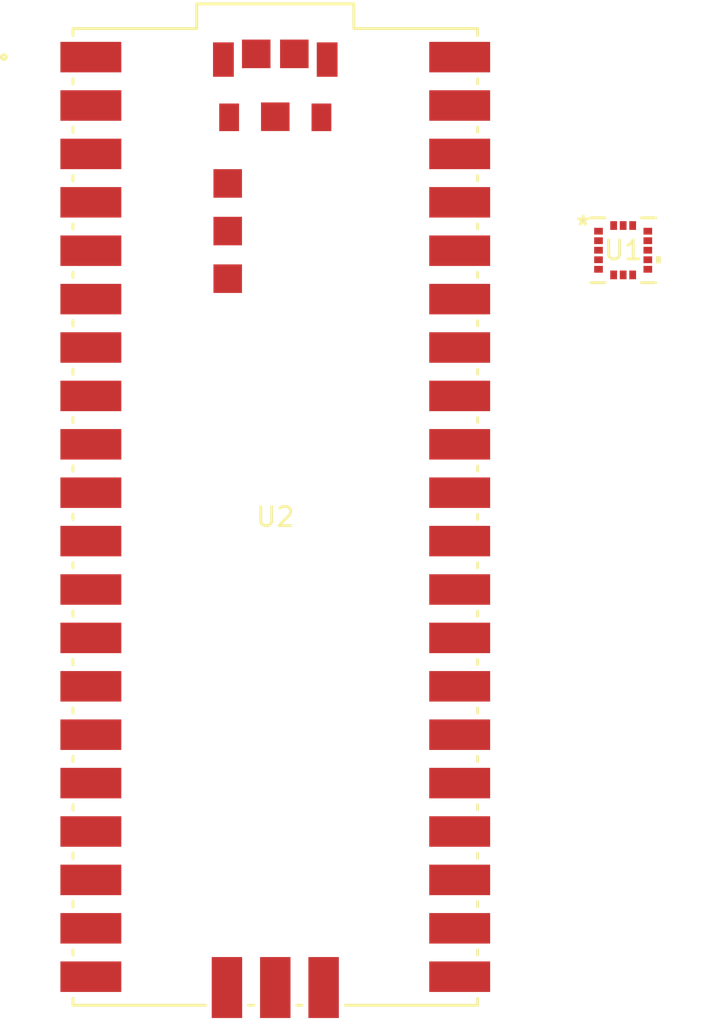
<source format=kicad_pcb>
(kicad_pcb (version 20221018) (generator pcbnew)
  (layers (0 "F.Cu" signal) (31 "B.Cu" signal) (34 "B.Paste" user) (35 "F.Paste" user) (36 "B.SilkS" user "B.Silkscreen") (37 "F.SilkS" user "F.Silkscreen") (38 "B.Mask" user) (39 "F.Mask" user) (44 "Edge.Cuts" user))
  (net 0 "")
  (net 1 "+3V3")
  (net 5 "GND")
  (footprint "ACCEL_H3LIS100DLTR:TFLGA16_3P15X3P15_STM" (layer "F.Cu") (at 196.079999 79.9846)
    (fp_text reference "U1" (at 0 0 unlocked) (layer "F.SilkS"))
    (fp_text value "H3LIS100DLTR")
    (fp_text user "*" (at -2.1082 -1.25 unlocked) (layer "F.SilkS"))
    (fp_text user "*" (at -2.1082 -1.25) (layer "F.SilkS"))
    (fp_line (start -1.7018 1.7018) (end -0.959052 1.7018) (stroke (width 0.1524)) (layer "F.SilkS"))
    (fp_line (start -0.959052 -1.7018) (end -1.7018 -1.7018) (stroke (width 0.1524)) (layer "F.SilkS"))
    (fp_line (start 0.959052 1.7018) (end 1.7018 1.7018) (stroke (width 0.1524)) (layer "F.SilkS"))
    (fp_line (start 1.7018 -1.7018) (end 0.959052 -1.7018) (stroke (width 0.1524)) (layer "F.SilkS"))
    (fp_poly (pts (xy 1.9812 0.309499) (xy 1.9812 0.690499) (xy 1.7272 0.690499) (xy 1.7272 0.309499)) (fill solid) (layer "F.SilkS"))
    (pad "1" smd rect (at -1.2954 -1.000001 90) (size 0.3556 0.4572) (layers "F.Cu" "F.Paste" "F.Mask") (net 1 "+3V3"))
    (pad "2" smd rect (at -1.2954 -0.499999 90) (size 0.3556 0.4572) (layers "F.Cu" "F.Paste" "F.Mask"))
    (pad "3" smd rect (at -1.2954 0 90) (size 0.3556 0.4572) (layers "F.Cu" "F.Paste" "F.Mask"))
    (pad "4" smd rect (at -1.2954 0.499999 90) (size 0.3556 0.4572) (layers "F.Cu" "F.Paste" "F.Mask"))
    (pad "5" smd rect (at -1.2954 1.000001 90) (size 0.3556 0.4572) (layers "F.Cu" "F.Paste" "F.Mask") (net 5 "GND"))
    (pad "6" smd rect (at -0.499999 1.2954) (size 0.3556 0.4572) (layers "F.Cu" "F.Paste" "F.Mask"))
    (pad "7" smd rect (at 0 1.2954) (size 0.3556 0.4572) (layers "F.Cu" "F.Paste" "F.Mask"))
    (pad "8" smd rect (at 0.499999 1.2954) (size 0.3556 0.4572) (layers "F.Cu" "F.Paste" "F.Mask"))
    (pad "9" smd rect (at 1.2954 1.000001 90) (size 0.3556 0.4572) (layers "F.Cu" "F.Paste" "F.Mask"))
    (pad "10" smd rect (at 1.2954 0.499999 90) (size 0.3556 0.4572) (layers "F.Cu" "F.Paste" "F.Mask"))
    (pad "11" smd rect (at 1.2954 0 90) (size 0.3556 0.4572) (layers "F.Cu" "F.Paste" "F.Mask"))
    (pad "12" smd rect (at 1.2954 -0.499999 90) (size 0.3556 0.4572) (layers "F.Cu" "F.Paste" "F.Mask") (net 5 "GND"))
    (pad "13" smd rect (at 1.2954 -1.000001 90) (size 0.3556 0.4572) (layers "F.Cu" "F.Paste" "F.Mask") (net 5 "GND"))
    (pad "14" smd rect (at 0.499999 -1.2954) (size 0.3556 0.4572) (layers "F.Cu" "F.Paste" "F.Mask") (net 1 "+3V3"))
    (pad "15" smd rect (at 0 -1.2954) (size 0.3556 0.4572) (layers "F.Cu" "F.Paste" "F.Mask"))
    (pad "16" smd rect (at -0.499999 -1.2954) (size 0.3556 0.4572) (layers "F.Cu" "F.Paste" "F.Mask") (net 5 "GND"))
  )
  (footprint "SC0915:SC0915_RPI" (layer "F.Cu") (at 177.8 93.98)
    (fp_text reference "U2" (at 0 0 unlocked) (layer "F.SilkS"))
    (fp_text value "SC0915")
    (fp_line (start -10.6299 -25.6286) (end -4.1275 -25.6286) (stroke (width 0.1524)) (layer "F.SilkS"))
    (fp_line (start -10.6299 -25.26284) (end -10.6299 -25.6286) (stroke (width 0.1524)) (layer "F.SilkS"))
    (fp_line (start -10.6299 -22.72284) (end -10.6299 -22.99716) (stroke (width 0.1524)) (layer "F.SilkS"))
    (fp_line (start -10.6299 -20.18284) (end -10.6299 -20.45716) (stroke (width 0.1524)) (layer "F.SilkS"))
    (fp_line (start -10.6299 -17.64284) (end -10.6299 -17.91716) (stroke (width 0.1524)) (layer "F.SilkS"))
    (fp_line (start -10.6299 -15.10284) (end -10.6299 -15.37716) (stroke (width 0.1524)) (layer "F.SilkS"))
    (fp_line (start -10.6299 -12.56284) (end -10.6299 -12.83716) (stroke (width 0.1524)) (layer "F.SilkS"))
    (fp_line (start -10.6299 -10.02284) (end -10.6299 -10.29716) (stroke (width 0.1524)) (layer "F.SilkS"))
    (fp_line (start -10.6299 -7.48284) (end -10.6299 -7.75716) (stroke (width 0.1524)) (layer "F.SilkS"))
    (fp_line (start -10.6299 -4.94284) (end -10.6299 -5.21716) (stroke (width 0.1524)) (layer "F.SilkS"))
    (fp_line (start -10.6299 -2.40284) (end -10.6299 -2.67716) (stroke (width 0.1524)) (layer "F.SilkS"))
    (fp_line (start -10.6299 0.13716) (end -10.6299 -0.13716) (stroke (width 0.1524)) (layer "F.SilkS"))
    (fp_line (start -10.6299 2.67716) (end -10.6299 2.40284) (stroke (width 0.1524)) (layer "F.SilkS"))
    (fp_line (start -10.6299 5.21716) (end -10.6299 4.94284) (stroke (width 0.1524)) (layer "F.SilkS"))
    (fp_line (start -10.6299 7.75716) (end -10.6299 7.48284) (stroke (width 0.1524)) (layer "F.SilkS"))
    (fp_line (start -10.6299 10.29716) (end -10.6299 10.02284) (stroke (width 0.1524)) (layer "F.SilkS"))
    (fp_line (start -10.6299 12.83716) (end -10.6299 12.56284) (stroke (width 0.1524)) (layer "F.SilkS"))
    (fp_line (start -10.6299 15.37716) (end -10.6299 15.10284) (stroke (width 0.1524)) (layer "F.SilkS"))
    (fp_line (start -10.6299 17.91716) (end -10.6299 17.64284) (stroke (width 0.1524)) (layer "F.SilkS"))
    (fp_line (start -10.6299 20.45716) (end -10.6299 20.18284) (stroke (width 0.1524)) (layer "F.SilkS"))
    (fp_line (start -10.6299 22.99716) (end -10.6299 22.72284) (stroke (width 0.1524)) (layer "F.SilkS"))
    (fp_line (start -10.6299 25.6286) (end -10.6299 25.26284) (stroke (width 0.1524)) (layer "F.SilkS"))
    (fp_line (start -4.1275 -26.924) (end 4.1275 -26.924) (stroke (width 0.1524)) (layer "F.SilkS"))
    (fp_line (start -4.1275 -25.6286) (end -4.1275 -26.924) (stroke (width 0.1524)) (layer "F.SilkS"))
    (fp_line (start -3.67284 25.6286) (end -10.6299 25.6286) (stroke (width 0.1524)) (layer "F.SilkS"))
    (fp_line (start -1.13284 25.6286) (end -1.40716 25.6286) (stroke (width 0.1524)) (layer "F.SilkS"))
    (fp_line (start 1.40716 25.6286) (end 1.13284 25.6286) (stroke (width 0.1524)) (layer "F.SilkS"))
    (fp_line (start 4.1275 -26.924) (end 4.1275 -25.6286) (stroke (width 0.1524)) (layer "F.SilkS"))
    (fp_line (start 4.1275 -25.6286) (end 10.6299 -25.6286) (stroke (width 0.1524)) (layer "F.SilkS"))
    (fp_line (start 10.6299 -25.6286) (end 10.6299 -25.26284) (stroke (width 0.1524)) (layer "F.SilkS"))
    (fp_line (start 10.6299 -22.99716) (end 10.6299 -22.72284) (stroke (width 0.1524)) (layer "F.SilkS"))
    (fp_line (start 10.6299 -20.45716) (end 10.6299 -20.18284) (stroke (width 0.1524)) (layer "F.SilkS"))
    (fp_line (start 10.6299 -17.91716) (end 10.6299 -17.64284) (stroke (width 0.1524)) (layer "F.SilkS"))
    (fp_line (start 10.6299 -15.37716) (end 10.6299 -15.10284) (stroke (width 0.1524)) (layer "F.SilkS"))
    (fp_line (start 10.6299 -12.83716) (end 10.6299 -12.56284) (stroke (width 0.1524)) (layer "F.SilkS"))
    (fp_line (start 10.6299 -10.29716) (end 10.6299 -10.02284) (stroke (width 0.1524)) (layer "F.SilkS"))
    (fp_line (start 10.6299 -7.75716) (end 10.6299 -7.48284) (stroke (width 0.1524)) (layer "F.SilkS"))
    (fp_line (start 10.6299 -5.21716) (end 10.6299 -4.94284) (stroke (width 0.1524)) (layer "F.SilkS"))
    (fp_line (start 10.6299 -2.67716) (end 10.6299 -2.40284) (stroke (width 0.1524)) (layer "F.SilkS"))
    (fp_line (start 10.6299 -0.13716) (end 10.6299 0.13716) (stroke (width 0.1524)) (layer "F.SilkS"))
    (fp_line (start 10.6299 2.40284) (end 10.6299 2.67716) (stroke (width 0.1524)) (layer "F.SilkS"))
    (fp_line (start 10.6299 4.94284) (end 10.6299 5.21716) (stroke (width 0.1524)) (layer "F.SilkS"))
    (fp_line (start 10.6299 7.48284) (end 10.6299 7.75716) (stroke (width 0.1524)) (layer "F.SilkS"))
    (fp_line (start 10.6299 10.02284) (end 10.6299 10.29716) (stroke (width 0.1524)) (layer "F.SilkS"))
    (fp_line (start 10.6299 12.56284) (end 10.6299 12.83716) (stroke (width 0.1524)) (layer "F.SilkS"))
    (fp_line (start 10.6299 15.10284) (end 10.6299 15.37716) (stroke (width 0.1524)) (layer "F.SilkS"))
    (fp_line (start 10.6299 17.64284) (end 10.6299 17.91716) (stroke (width 0.1524)) (layer "F.SilkS"))
    (fp_line (start 10.6299 20.18284) (end 10.6299 20.45716) (stroke (width 0.1524)) (layer "F.SilkS"))
    (fp_line (start 10.6299 22.72284) (end 10.6299 22.99716) (stroke (width 0.1524)) (layer "F.SilkS"))
    (fp_line (start 10.6299 25.26284) (end 10.6299 25.6286) (stroke (width 0.1524)) (layer "F.SilkS"))
    (fp_line (start 10.6299 25.6286) (end 3.67284 25.6286) (stroke (width 0.1524)) (layer "F.SilkS"))
    (fp_circle (center -14.2621 -24.13) (end -14.1351 -24.13) (stroke (width 0.1524)) (fill none) (layer "F.SilkS"))
    (pad "1" smd rect (at -9.6901 -24.13) (size 3.2004 1.6002) (layers "F.Cu" "F.Paste" "F.Mask"))
    (pad "2" smd rect (at -9.6901 -21.59) (size 3.2004 1.6002) (layers "F.Cu" "F.Paste" "F.Mask"))
    (pad "3" smd rect (at -9.6901 -19.05) (size 3.2004 1.6002) (layers "F.Cu" "F.Paste" "F.Mask") (net 5 "GND"))
    (pad "4" smd rect (at -9.6901 -16.51) (size 3.2004 1.6002) (layers "F.Cu" "F.Paste" "F.Mask"))
    (pad "5" smd rect (at -9.6901 -13.97) (size 3.2004 1.6002) (layers "F.Cu" "F.Paste" "F.Mask"))
    (pad "6" smd rect (at -9.6901 -11.43) (size 3.2004 1.6002) (layers "F.Cu" "F.Paste" "F.Mask"))
    (pad "7" smd rect (at -9.6901 -8.89) (size 3.2004 1.6002) (layers "F.Cu" "F.Paste" "F.Mask"))
    (pad "8" smd rect (at -9.6901 -6.35) (size 3.2004 1.6002) (layers "F.Cu" "F.Paste" "F.Mask") (net 5 "GND"))
    (pad "9" smd rect (at -9.6901 -3.81) (size 3.2004 1.6002) (layers "F.Cu" "F.Paste" "F.Mask"))
    (pad "10" smd rect (at -9.6901 -1.27) (size 3.2004 1.6002) (layers "F.Cu" "F.Paste" "F.Mask"))
    (pad "11" smd rect (at -9.6901 1.27) (size 3.2004 1.6002) (layers "F.Cu" "F.Paste" "F.Mask"))
    (pad "12" smd rect (at -9.6901 3.81) (size 3.2004 1.6002) (layers "F.Cu" "F.Paste" "F.Mask"))
    (pad "13" smd rect (at -9.6901 6.35) (size 3.2004 1.6002) (layers "F.Cu" "F.Paste" "F.Mask"))
    (pad "14" smd rect (at -9.6901 8.89) (size 3.2004 1.6002) (layers "F.Cu" "F.Paste" "F.Mask"))
    (pad "15" smd rect (at -9.6901 11.43) (size 3.2004 1.6002) (layers "F.Cu" "F.Paste" "F.Mask"))
    (pad "16" smd rect (at -9.6901 13.97) (size 3.2004 1.6002) (layers "F.Cu" "F.Paste" "F.Mask"))
    (pad "17" smd rect (at -9.6901 16.51) (size 3.2004 1.6002) (layers "F.Cu" "F.Paste" "F.Mask"))
    (pad "18" smd rect (at -9.6901 19.05) (size 3.2004 1.6002) (layers "F.Cu" "F.Paste" "F.Mask") (net 5 "GND"))
    (pad "19" smd rect (at -9.6901 21.59) (size 3.2004 1.6002) (layers "F.Cu" "F.Paste" "F.Mask"))
    (pad "20" smd rect (at -9.6901 24.13) (size 3.2004 1.6002) (layers "F.Cu" "F.Paste" "F.Mask"))
    (pad "21" smd rect (at 9.6901 24.13) (size 3.2004 1.6002) (layers "F.Cu" "F.Paste" "F.Mask"))
    (pad "22" smd rect (at 9.6901 21.59) (size 3.2004 1.6002) (layers "F.Cu" "F.Paste" "F.Mask"))
    (pad "23" smd rect (at 9.6901 19.05) (size 3.2004 1.6002) (layers "F.Cu" "F.Paste" "F.Mask") (net 5 "GND"))
    (pad "24" smd rect (at 9.6901 16.51) (size 3.2004 1.6002) (layers "F.Cu" "F.Paste" "F.Mask"))
    (pad "25" smd rect (at 9.6901 13.97) (size 3.2004 1.6002) (layers "F.Cu" "F.Paste" "F.Mask"))
    (pad "26" smd rect (at 9.6901 11.43) (size 3.2004 1.6002) (layers "F.Cu" "F.Paste" "F.Mask"))
    (pad "27" smd rect (at 9.6901 8.89) (size 3.2004 1.6002) (layers "F.Cu" "F.Paste" "F.Mask"))
    (pad "28" smd rect (at 9.6901 6.35) (size 3.2004 1.6002) (layers "F.Cu" "F.Paste" "F.Mask") (net 5 "GND"))
    (pad "29" smd rect (at 9.6901 3.81) (size 3.2004 1.6002) (layers "F.Cu" "F.Paste" "F.Mask"))
    (pad "30" smd rect (at 9.6901 1.27) (size 3.2004 1.6002) (layers "F.Cu" "F.Paste" "F.Mask"))
    (pad "31" smd rect (at 9.6901 -1.27) (size 3.2004 1.6002) (layers "F.Cu" "F.Paste" "F.Mask"))
    (pad "32" smd rect (at 9.6901 -3.81) (size 3.2004 1.6002) (layers "F.Cu" "F.Paste" "F.Mask"))
    (pad "33" smd rect (at 9.6901 -6.35) (size 3.2004 1.6002) (layers "F.Cu" "F.Paste" "F.Mask") (net 5 "GND"))
    (pad "34" smd rect (at 9.6901 -8.89) (size 3.2004 1.6002) (layers "F.Cu" "F.Paste" "F.Mask"))
    (pad "35" smd rect (at 9.6901 -11.43) (size 3.2004 1.6002) (layers "F.Cu" "F.Paste" "F.Mask"))
    (pad "36" smd rect (at 9.6901 -13.97) (size 3.2004 1.6002) (layers "F.Cu" "F.Paste" "F.Mask") (net 1 "+3V3"))
    (pad "37" smd rect (at 9.6901 -16.51) (size 3.2004 1.6002) (layers "F.Cu" "F.Paste" "F.Mask"))
    (pad "38" smd rect (at 9.6901 -19.05) (size 3.2004 1.6002) (layers "F.Cu" "F.Paste" "F.Mask") (net 5 "GND"))
    (pad "39" smd rect (at 9.6901 -21.59) (size 3.2004 1.6002) (layers "F.Cu" "F.Paste" "F.Mask"))
    (pad "40" smd rect (at 9.6901 -24.13) (size 3.2004 1.6002) (layers "F.Cu" "F.Paste" "F.Mask"))
    (pad "A" smd rect (at -2.72542 -24.00046) (size 1.0922 1.8034) (layers "F.Cu" "F.Paste" "F.Mask"))
    (pad "B" smd rect (at 2.72542 -24.00046) (size 1.0922 1.8034) (layers "F.Cu" "F.Paste" "F.Mask"))
    (pad "C" smd rect (at -2.4257 -20.97024) (size 1.0414 1.4478) (layers "F.Cu" "F.Paste" "F.Mask"))
    (pad "D" smd rect (at 2.4257 -20.97024) (size 1.0414 1.4478) (layers "F.Cu" "F.Paste" "F.Mask"))
    (pad "D1" smd rect (at -2.54 24.69896 90) (size 3.2004 1.6002) (layers "F.Cu" "F.Paste" "F.Mask"))
    (pad "D2" smd rect (at 0 24.69896 90) (size 3.2004 1.6002) (layers "F.Cu" "F.Paste" "F.Mask"))
    (pad "D3" smd rect (at 2.54 24.69896 90) (size 3.2004 1.6002) (layers "F.Cu" "F.Paste" "F.Mask"))
    (pad "TP1" smd rect (at 0 -21.00072) (size 1.4986 1.4986) (layers "F.Cu" "F.Paste" "F.Mask"))
    (pad "TP2" smd rect (at 1.00076 -24.30018) (size 1.4986 1.4986) (layers "F.Cu" "F.Paste" "F.Mask"))
    (pad "TP3" smd rect (at -1.00076 -24.30018) (size 1.4986 1.4986) (layers "F.Cu" "F.Paste" "F.Mask"))
    (pad "TP4" smd rect (at -2.49936 -17.5006) (size 1.4986 1.4986) (layers "F.Cu" "F.Paste" "F.Mask"))
    (pad "TP5" smd rect (at -2.49936 -15.00124) (size 1.4986 1.4986) (layers "F.Cu" "F.Paste" "F.Mask"))
    (pad "TP6" smd rect (at -2.49936 -12.50188) (size 1.4986 1.4986) (layers "F.Cu" "F.Paste" "F.Mask"))
  )
)
</source>
